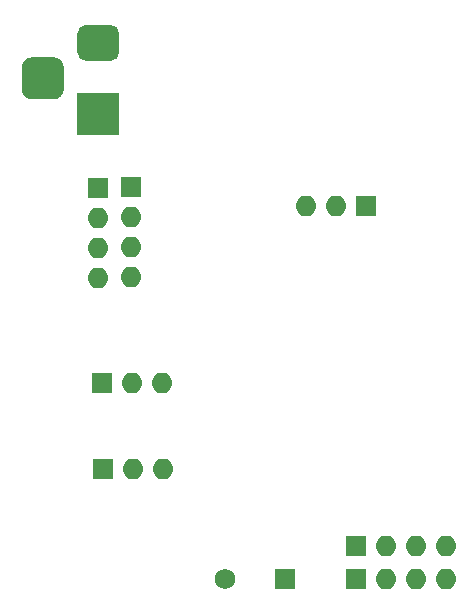
<source format=gbr>
G04 #@! TF.GenerationSoftware,KiCad,Pcbnew,(5.1.6)-1*
G04 #@! TF.CreationDate,2020-08-22T12:18:14-07:00*
G04 #@! TF.ProjectId,Ultra_Low_Noise_Bias_Supply,556c7472-615f-44c6-9f77-5f4e6f697365,rev?*
G04 #@! TF.SameCoordinates,Original*
G04 #@! TF.FileFunction,Soldermask,Bot*
G04 #@! TF.FilePolarity,Negative*
%FSLAX46Y46*%
G04 Gerber Fmt 4.6, Leading zero omitted, Abs format (unit mm)*
G04 Created by KiCad (PCBNEW (5.1.6)-1) date 2020-08-22 12:18:14*
%MOMM*%
%LPD*%
G01*
G04 APERTURE LIST*
%ADD10C,1.726200*%
%ADD11R,1.726200X1.726200*%
%ADD12O,1.776200X1.776200*%
%ADD13R,1.776200X1.776200*%
%ADD14R,3.576200X3.576200*%
G04 APERTURE END LIST*
D10*
X131709160Y-111366300D03*
D11*
X136789160Y-111366300D03*
D12*
X123728480Y-85796120D03*
X123728480Y-83256120D03*
X123728480Y-80716120D03*
D13*
X123728480Y-78176120D03*
D12*
X120944640Y-85816440D03*
X120944640Y-83276440D03*
X120944640Y-80736440D03*
D13*
X120944640Y-78196440D03*
D12*
X138551920Y-79768700D03*
X141091920Y-79768700D03*
D13*
X143631920Y-79768700D03*
D12*
X150439120Y-108526580D03*
X147899120Y-108526580D03*
X145359120Y-108526580D03*
D13*
X142819120Y-108526580D03*
D12*
X150452120Y-111311820D03*
X147912120Y-111311820D03*
X145372120Y-111311820D03*
D13*
X142832120Y-111311820D03*
D12*
X126420880Y-101998780D03*
X123880880Y-101998780D03*
D13*
X121340880Y-101998780D03*
D12*
X126380240Y-94764860D03*
X123840240Y-94764860D03*
D13*
X121300240Y-94764860D03*
G36*
G01*
X115375990Y-67154860D02*
X117164090Y-67154860D01*
G75*
G02*
X118058140Y-68048910I0J-894050D01*
G01*
X118058140Y-69837010D01*
G75*
G02*
X117164090Y-70731060I-894050J0D01*
G01*
X115375990Y-70731060D01*
G75*
G02*
X114481940Y-69837010I0J894050D01*
G01*
X114481940Y-68048910D01*
G75*
G02*
X115375990Y-67154860I894050J0D01*
G01*
G37*
G36*
G01*
X119950990Y-64404860D02*
X121989090Y-64404860D01*
G75*
G02*
X122758140Y-65173910I0J-769050D01*
G01*
X122758140Y-66712010D01*
G75*
G02*
X121989090Y-67481060I-769050J0D01*
G01*
X119950990Y-67481060D01*
G75*
G02*
X119181940Y-66712010I0J769050D01*
G01*
X119181940Y-65173910D01*
G75*
G02*
X119950990Y-64404860I769050J0D01*
G01*
G37*
D14*
X120970040Y-71942960D03*
M02*

</source>
